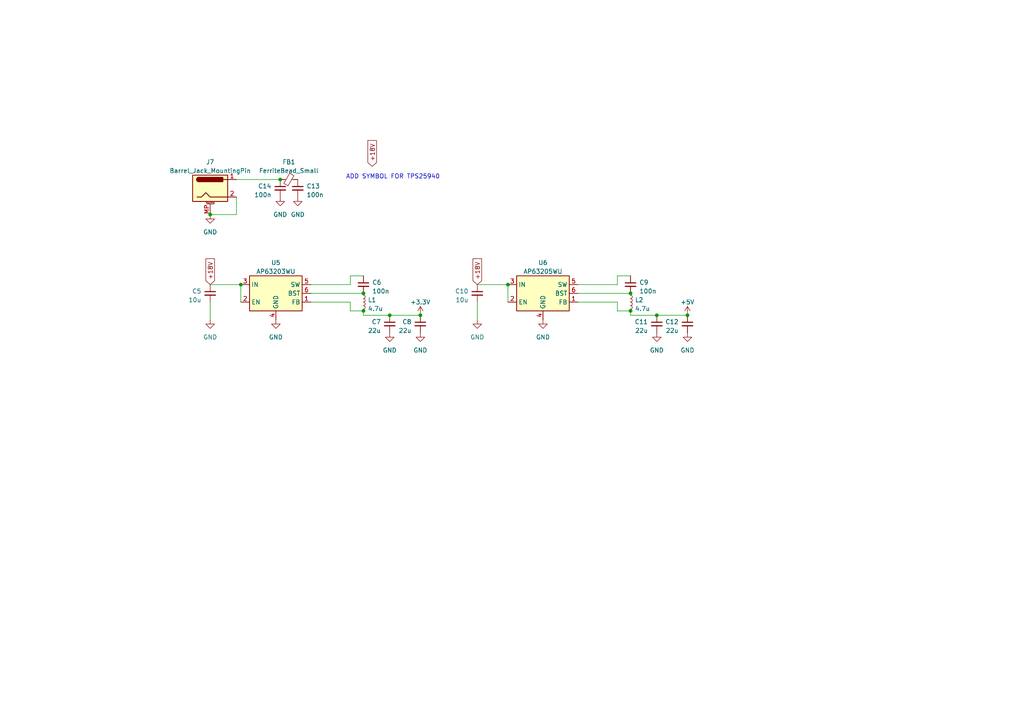
<source format=kicad_sch>
(kicad_sch (version 20230121) (generator eeschema)

  (uuid 792b033a-2ebf-489c-9652-d713c8bdfaf4)

  (paper "A4")

  (lib_symbols
    (symbol "Connector:Barrel_Jack_MountingPin" (pin_names hide) (in_bom yes) (on_board yes)
      (property "Reference" "J" (at 0 5.334 0)
        (effects (font (size 1.27 1.27)))
      )
      (property "Value" "Barrel_Jack_MountingPin" (at 1.27 -6.35 0)
        (effects (font (size 1.27 1.27)) (justify left))
      )
      (property "Footprint" "" (at 1.27 -1.016 0)
        (effects (font (size 1.27 1.27)) hide)
      )
      (property "Datasheet" "~" (at 1.27 -1.016 0)
        (effects (font (size 1.27 1.27)) hide)
      )
      (property "ki_keywords" "DC power barrel jack connector" (at 0 0 0)
        (effects (font (size 1.27 1.27)) hide)
      )
      (property "ki_description" "DC Barrel Jack with a mounting pin" (at 0 0 0)
        (effects (font (size 1.27 1.27)) hide)
      )
      (property "ki_fp_filters" "BarrelJack*" (at 0 0 0)
        (effects (font (size 1.27 1.27)) hide)
      )
      (symbol "Barrel_Jack_MountingPin_0_1"
        (rectangle (start -5.08 3.81) (end 5.08 -3.81)
          (stroke (width 0.254) (type default))
          (fill (type background))
        )
        (arc (start -3.302 3.175) (mid -3.9343 2.54) (end -3.302 1.905)
          (stroke (width 0.254) (type default))
          (fill (type none))
        )
        (arc (start -3.302 3.175) (mid -3.9343 2.54) (end -3.302 1.905)
          (stroke (width 0.254) (type default))
          (fill (type outline))
        )
        (polyline
          (pts
            (xy 5.08 2.54)
            (xy 3.81 2.54)
          )
          (stroke (width 0.254) (type default))
          (fill (type none))
        )
        (polyline
          (pts
            (xy -3.81 -2.54)
            (xy -2.54 -2.54)
            (xy -1.27 -1.27)
            (xy 0 -2.54)
            (xy 2.54 -2.54)
            (xy 5.08 -2.54)
          )
          (stroke (width 0.254) (type default))
          (fill (type none))
        )
        (rectangle (start 3.683 3.175) (end -3.302 1.905)
          (stroke (width 0.254) (type default))
          (fill (type outline))
        )
      )
      (symbol "Barrel_Jack_MountingPin_1_1"
        (polyline
          (pts
            (xy -1.016 -4.572)
            (xy 1.016 -4.572)
          )
          (stroke (width 0.1524) (type default))
          (fill (type none))
        )
        (text "Mounting" (at 0 -4.191 0)
          (effects (font (size 0.381 0.381)))
        )
        (pin passive line (at 7.62 2.54 180) (length 2.54)
          (name "~" (effects (font (size 1.27 1.27))))
          (number "1" (effects (font (size 1.27 1.27))))
        )
        (pin passive line (at 7.62 -2.54 180) (length 2.54)
          (name "~" (effects (font (size 1.27 1.27))))
          (number "2" (effects (font (size 1.27 1.27))))
        )
        (pin passive line (at 0 -7.62 90) (length 3.048)
          (name "MountPin" (effects (font (size 1.27 1.27))))
          (number "MP" (effects (font (size 1.27 1.27))))
        )
      )
    )
    (symbol "Device:C_Small" (pin_numbers hide) (pin_names (offset 0.254) hide) (in_bom yes) (on_board yes)
      (property "Reference" "C" (at 0.254 1.778 0)
        (effects (font (size 1.27 1.27)) (justify left))
      )
      (property "Value" "C_Small" (at 0.254 -2.032 0)
        (effects (font (size 1.27 1.27)) (justify left))
      )
      (property "Footprint" "" (at 0 0 0)
        (effects (font (size 1.27 1.27)) hide)
      )
      (property "Datasheet" "~" (at 0 0 0)
        (effects (font (size 1.27 1.27)) hide)
      )
      (property "ki_keywords" "capacitor cap" (at 0 0 0)
        (effects (font (size 1.27 1.27)) hide)
      )
      (property "ki_description" "Unpolarized capacitor, small symbol" (at 0 0 0)
        (effects (font (size 1.27 1.27)) hide)
      )
      (property "ki_fp_filters" "C_*" (at 0 0 0)
        (effects (font (size 1.27 1.27)) hide)
      )
      (symbol "C_Small_0_1"
        (polyline
          (pts
            (xy -1.524 -0.508)
            (xy 1.524 -0.508)
          )
          (stroke (width 0.3302) (type default))
          (fill (type none))
        )
        (polyline
          (pts
            (xy -1.524 0.508)
            (xy 1.524 0.508)
          )
          (stroke (width 0.3048) (type default))
          (fill (type none))
        )
      )
      (symbol "C_Small_1_1"
        (pin passive line (at 0 2.54 270) (length 2.032)
          (name "~" (effects (font (size 1.27 1.27))))
          (number "1" (effects (font (size 1.27 1.27))))
        )
        (pin passive line (at 0 -2.54 90) (length 2.032)
          (name "~" (effects (font (size 1.27 1.27))))
          (number "2" (effects (font (size 1.27 1.27))))
        )
      )
    )
    (symbol "Device:FerriteBead_Small" (pin_numbers hide) (pin_names (offset 0)) (in_bom yes) (on_board yes)
      (property "Reference" "FB" (at 1.905 1.27 0)
        (effects (font (size 1.27 1.27)) (justify left))
      )
      (property "Value" "FerriteBead_Small" (at 1.905 -1.27 0)
        (effects (font (size 1.27 1.27)) (justify left))
      )
      (property "Footprint" "" (at -1.778 0 90)
        (effects (font (size 1.27 1.27)) hide)
      )
      (property "Datasheet" "~" (at 0 0 0)
        (effects (font (size 1.27 1.27)) hide)
      )
      (property "ki_keywords" "L ferrite bead inductor filter" (at 0 0 0)
        (effects (font (size 1.27 1.27)) hide)
      )
      (property "ki_description" "Ferrite bead, small symbol" (at 0 0 0)
        (effects (font (size 1.27 1.27)) hide)
      )
      (property "ki_fp_filters" "Inductor_* L_* *Ferrite*" (at 0 0 0)
        (effects (font (size 1.27 1.27)) hide)
      )
      (symbol "FerriteBead_Small_0_1"
        (polyline
          (pts
            (xy 0 -1.27)
            (xy 0 -0.7874)
          )
          (stroke (width 0) (type default))
          (fill (type none))
        )
        (polyline
          (pts
            (xy 0 0.889)
            (xy 0 1.2954)
          )
          (stroke (width 0) (type default))
          (fill (type none))
        )
        (polyline
          (pts
            (xy -1.8288 0.2794)
            (xy -1.1176 1.4986)
            (xy 1.8288 -0.2032)
            (xy 1.1176 -1.4224)
            (xy -1.8288 0.2794)
          )
          (stroke (width 0) (type default))
          (fill (type none))
        )
      )
      (symbol "FerriteBead_Small_1_1"
        (pin passive line (at 0 2.54 270) (length 1.27)
          (name "~" (effects (font (size 1.27 1.27))))
          (number "1" (effects (font (size 1.27 1.27))))
        )
        (pin passive line (at 0 -2.54 90) (length 1.27)
          (name "~" (effects (font (size 1.27 1.27))))
          (number "2" (effects (font (size 1.27 1.27))))
        )
      )
    )
    (symbol "Device:L_Small" (pin_numbers hide) (pin_names (offset 0.254) hide) (in_bom yes) (on_board yes)
      (property "Reference" "L" (at 0.762 1.016 0)
        (effects (font (size 1.27 1.27)) (justify left))
      )
      (property "Value" "L_Small" (at 0.762 -1.016 0)
        (effects (font (size 1.27 1.27)) (justify left))
      )
      (property "Footprint" "" (at 0 0 0)
        (effects (font (size 1.27 1.27)) hide)
      )
      (property "Datasheet" "~" (at 0 0 0)
        (effects (font (size 1.27 1.27)) hide)
      )
      (property "ki_keywords" "inductor choke coil reactor magnetic" (at 0 0 0)
        (effects (font (size 1.27 1.27)) hide)
      )
      (property "ki_description" "Inductor, small symbol" (at 0 0 0)
        (effects (font (size 1.27 1.27)) hide)
      )
      (property "ki_fp_filters" "Choke_* *Coil* Inductor_* L_*" (at 0 0 0)
        (effects (font (size 1.27 1.27)) hide)
      )
      (symbol "L_Small_0_1"
        (arc (start 0 -2.032) (mid 0.5058 -1.524) (end 0 -1.016)
          (stroke (width 0) (type default))
          (fill (type none))
        )
        (arc (start 0 -1.016) (mid 0.5058 -0.508) (end 0 0)
          (stroke (width 0) (type default))
          (fill (type none))
        )
        (arc (start 0 0) (mid 0.5058 0.508) (end 0 1.016)
          (stroke (width 0) (type default))
          (fill (type none))
        )
        (arc (start 0 1.016) (mid 0.5058 1.524) (end 0 2.032)
          (stroke (width 0) (type default))
          (fill (type none))
        )
      )
      (symbol "L_Small_1_1"
        (pin passive line (at 0 2.54 270) (length 0.508)
          (name "~" (effects (font (size 1.27 1.27))))
          (number "1" (effects (font (size 1.27 1.27))))
        )
        (pin passive line (at 0 -2.54 90) (length 0.508)
          (name "~" (effects (font (size 1.27 1.27))))
          (number "2" (effects (font (size 1.27 1.27))))
        )
      )
    )
    (symbol "Regulator_Switching:AP63203WU" (in_bom yes) (on_board yes)
      (property "Reference" "U" (at -7.62 6.35 0)
        (effects (font (size 1.27 1.27)))
      )
      (property "Value" "AP63203WU" (at 2.54 6.35 0)
        (effects (font (size 1.27 1.27)))
      )
      (property "Footprint" "Package_TO_SOT_SMD:TSOT-23-6" (at 0 -22.86 0)
        (effects (font (size 1.27 1.27)) hide)
      )
      (property "Datasheet" "https://www.diodes.com/assets/Datasheets/AP63200-AP63201-AP63203-AP63205.pdf" (at 0 0 0)
        (effects (font (size 1.27 1.27)) hide)
      )
      (property "ki_keywords" "2A Buck DC/DC" (at 0 0 0)
        (effects (font (size 1.27 1.27)) hide)
      )
      (property "ki_description" "2A, 1.1MHz Buck DC/DC Converter, fixed 3.3V output voltage, TSOT-23-6" (at 0 0 0)
        (effects (font (size 1.27 1.27)) hide)
      )
      (property "ki_fp_filters" "TSOT?23*" (at 0 0 0)
        (effects (font (size 1.27 1.27)) hide)
      )
      (symbol "AP63203WU_0_1"
        (rectangle (start -7.62 5.08) (end 7.62 -5.08)
          (stroke (width 0.254) (type default))
          (fill (type background))
        )
      )
      (symbol "AP63203WU_1_1"
        (pin input line (at 10.16 -2.54 180) (length 2.54)
          (name "FB" (effects (font (size 1.27 1.27))))
          (number "1" (effects (font (size 1.27 1.27))))
        )
        (pin input line (at -10.16 -2.54 0) (length 2.54)
          (name "EN" (effects (font (size 1.27 1.27))))
          (number "2" (effects (font (size 1.27 1.27))))
        )
        (pin power_in line (at -10.16 2.54 0) (length 2.54)
          (name "IN" (effects (font (size 1.27 1.27))))
          (number "3" (effects (font (size 1.27 1.27))))
        )
        (pin power_in line (at 0 -7.62 90) (length 2.54)
          (name "GND" (effects (font (size 1.27 1.27))))
          (number "4" (effects (font (size 1.27 1.27))))
        )
        (pin output line (at 10.16 2.54 180) (length 2.54)
          (name "SW" (effects (font (size 1.27 1.27))))
          (number "5" (effects (font (size 1.27 1.27))))
        )
        (pin passive line (at 10.16 0 180) (length 2.54)
          (name "BST" (effects (font (size 1.27 1.27))))
          (number "6" (effects (font (size 1.27 1.27))))
        )
      )
    )
    (symbol "Regulator_Switching:AP63205WU" (in_bom yes) (on_board yes)
      (property "Reference" "U" (at -7.62 6.35 0)
        (effects (font (size 1.27 1.27)))
      )
      (property "Value" "AP63205WU" (at 2.54 6.35 0)
        (effects (font (size 1.27 1.27)))
      )
      (property "Footprint" "Package_TO_SOT_SMD:TSOT-23-6" (at 0 -22.86 0)
        (effects (font (size 1.27 1.27)) hide)
      )
      (property "Datasheet" "https://www.diodes.com/assets/Datasheets/AP63200-AP63201-AP63203-AP63205.pdf" (at 0 0 0)
        (effects (font (size 1.27 1.27)) hide)
      )
      (property "ki_keywords" "2A Buck DC/DC" (at 0 0 0)
        (effects (font (size 1.27 1.27)) hide)
      )
      (property "ki_description" "2A, 1.1MHz Buck DC/DC Converter, fixed 5.0V output voltage, TSOT-23-6" (at 0 0 0)
        (effects (font (size 1.27 1.27)) hide)
      )
      (property "ki_fp_filters" "TSOT?23*" (at 0 0 0)
        (effects (font (size 1.27 1.27)) hide)
      )
      (symbol "AP63205WU_0_1"
        (rectangle (start -7.62 5.08) (end 7.62 -5.08)
          (stroke (width 0.254) (type default))
          (fill (type background))
        )
      )
      (symbol "AP63205WU_1_1"
        (pin input line (at 10.16 -2.54 180) (length 2.54)
          (name "FB" (effects (font (size 1.27 1.27))))
          (number "1" (effects (font (size 1.27 1.27))))
        )
        (pin input line (at -10.16 -2.54 0) (length 2.54)
          (name "EN" (effects (font (size 1.27 1.27))))
          (number "2" (effects (font (size 1.27 1.27))))
        )
        (pin power_in line (at -10.16 2.54 0) (length 2.54)
          (name "IN" (effects (font (size 1.27 1.27))))
          (number "3" (effects (font (size 1.27 1.27))))
        )
        (pin power_in line (at 0 -7.62 90) (length 2.54)
          (name "GND" (effects (font (size 1.27 1.27))))
          (number "4" (effects (font (size 1.27 1.27))))
        )
        (pin output line (at 10.16 2.54 180) (length 2.54)
          (name "SW" (effects (font (size 1.27 1.27))))
          (number "5" (effects (font (size 1.27 1.27))))
        )
        (pin passive line (at 10.16 0 180) (length 2.54)
          (name "BST" (effects (font (size 1.27 1.27))))
          (number "6" (effects (font (size 1.27 1.27))))
        )
      )
    )
    (symbol "power:+3.3V" (power) (pin_names (offset 0)) (in_bom yes) (on_board yes)
      (property "Reference" "#PWR" (at 0 -3.81 0)
        (effects (font (size 1.27 1.27)) hide)
      )
      (property "Value" "+3.3V" (at 0 3.556 0)
        (effects (font (size 1.27 1.27)))
      )
      (property "Footprint" "" (at 0 0 0)
        (effects (font (size 1.27 1.27)) hide)
      )
      (property "Datasheet" "" (at 0 0 0)
        (effects (font (size 1.27 1.27)) hide)
      )
      (property "ki_keywords" "global power" (at 0 0 0)
        (effects (font (size 1.27 1.27)) hide)
      )
      (property "ki_description" "Power symbol creates a global label with name \"+3.3V\"" (at 0 0 0)
        (effects (font (size 1.27 1.27)) hide)
      )
      (symbol "+3.3V_0_1"
        (polyline
          (pts
            (xy -0.762 1.27)
            (xy 0 2.54)
          )
          (stroke (width 0) (type default))
          (fill (type none))
        )
        (polyline
          (pts
            (xy 0 0)
            (xy 0 2.54)
          )
          (stroke (width 0) (type default))
          (fill (type none))
        )
        (polyline
          (pts
            (xy 0 2.54)
            (xy 0.762 1.27)
          )
          (stroke (width 0) (type default))
          (fill (type none))
        )
      )
      (symbol "+3.3V_1_1"
        (pin power_in line (at 0 0 90) (length 0) hide
          (name "+3.3V" (effects (font (size 1.27 1.27))))
          (number "1" (effects (font (size 1.27 1.27))))
        )
      )
    )
    (symbol "power:+5V" (power) (pin_names (offset 0)) (in_bom yes) (on_board yes)
      (property "Reference" "#PWR" (at 0 -3.81 0)
        (effects (font (size 1.27 1.27)) hide)
      )
      (property "Value" "+5V" (at 0 3.556 0)
        (effects (font (size 1.27 1.27)))
      )
      (property "Footprint" "" (at 0 0 0)
        (effects (font (size 1.27 1.27)) hide)
      )
      (property "Datasheet" "" (at 0 0 0)
        (effects (font (size 1.27 1.27)) hide)
      )
      (property "ki_keywords" "global power" (at 0 0 0)
        (effects (font (size 1.27 1.27)) hide)
      )
      (property "ki_description" "Power symbol creates a global label with name \"+5V\"" (at 0 0 0)
        (effects (font (size 1.27 1.27)) hide)
      )
      (symbol "+5V_0_1"
        (polyline
          (pts
            (xy -0.762 1.27)
            (xy 0 2.54)
          )
          (stroke (width 0) (type default))
          (fill (type none))
        )
        (polyline
          (pts
            (xy 0 0)
            (xy 0 2.54)
          )
          (stroke (width 0) (type default))
          (fill (type none))
        )
        (polyline
          (pts
            (xy 0 2.54)
            (xy 0.762 1.27)
          )
          (stroke (width 0) (type default))
          (fill (type none))
        )
      )
      (symbol "+5V_1_1"
        (pin power_in line (at 0 0 90) (length 0) hide
          (name "+5V" (effects (font (size 1.27 1.27))))
          (number "1" (effects (font (size 1.27 1.27))))
        )
      )
    )
    (symbol "power:GND" (power) (pin_names (offset 0)) (in_bom yes) (on_board yes)
      (property "Reference" "#PWR" (at 0 -6.35 0)
        (effects (font (size 1.27 1.27)) hide)
      )
      (property "Value" "GND" (at 0 -3.81 0)
        (effects (font (size 1.27 1.27)))
      )
      (property "Footprint" "" (at 0 0 0)
        (effects (font (size 1.27 1.27)) hide)
      )
      (property "Datasheet" "" (at 0 0 0)
        (effects (font (size 1.27 1.27)) hide)
      )
      (property "ki_keywords" "global power" (at 0 0 0)
        (effects (font (size 1.27 1.27)) hide)
      )
      (property "ki_description" "Power symbol creates a global label with name \"GND\" , ground" (at 0 0 0)
        (effects (font (size 1.27 1.27)) hide)
      )
      (symbol "GND_0_1"
        (polyline
          (pts
            (xy 0 0)
            (xy 0 -1.27)
            (xy 1.27 -1.27)
            (xy 0 -2.54)
            (xy -1.27 -1.27)
            (xy 0 -1.27)
          )
          (stroke (width 0) (type default))
          (fill (type none))
        )
      )
      (symbol "GND_1_1"
        (pin power_in line (at 0 0 270) (length 0) hide
          (name "GND" (effects (font (size 1.27 1.27))))
          (number "1" (effects (font (size 1.27 1.27))))
        )
      )
    )
  )

  (junction (at 147.32 82.55) (diameter 0) (color 0 0 0 0)
    (uuid 00875286-7351-49a1-9e18-7575c96f8c97)
  )
  (junction (at 182.88 90.17) (diameter 0) (color 0 0 0 0)
    (uuid 16f49e45-8018-4f28-8512-ff8d7261200a)
  )
  (junction (at 60.96 62.23) (diameter 0) (color 0 0 0 0)
    (uuid 25ee4965-35fe-4374-8b83-0d697921125d)
  )
  (junction (at 113.03 91.44) (diameter 0) (color 0 0 0 0)
    (uuid 45231520-77df-43d1-898f-a2ffa2ab05f4)
  )
  (junction (at 182.88 85.09) (diameter 0) (color 0 0 0 0)
    (uuid 4882ce77-7e76-4092-90e2-577f59750773)
  )
  (junction (at 121.92 91.44) (diameter 0) (color 0 0 0 0)
    (uuid 5ac082a4-0cb0-4906-8534-d5feb24eecb8)
  )
  (junction (at 190.5 91.44) (diameter 0) (color 0 0 0 0)
    (uuid 678eb7ea-e2c4-4545-b341-e9ddf89bf8c9)
  )
  (junction (at 199.39 91.44) (diameter 0) (color 0 0 0 0)
    (uuid 68ac16f5-07c6-46d5-94b8-a6f301eedd27)
  )
  (junction (at 105.41 85.09) (diameter 0) (color 0 0 0 0)
    (uuid 9d28d769-1447-44ce-873c-05c4f77ee675)
  )
  (junction (at 69.85 82.55) (diameter 0) (color 0 0 0 0)
    (uuid 9fd15c65-32c8-4dc1-b51f-70ec0ae9974f)
  )
  (junction (at 81.28 52.07) (diameter 0) (color 0 0 0 0)
    (uuid b8d26676-5488-4af2-9ee9-5500d72ec0dd)
  )
  (junction (at 105.41 90.17) (diameter 0) (color 0 0 0 0)
    (uuid fdbab4af-353c-46d3-b6d6-666229589bfe)
  )

  (wire (pts (xy 182.88 90.17) (xy 182.88 91.44))
    (stroke (width 0) (type default))
    (uuid 03ace3ad-5211-4c9b-90a9-f18326ce8ca2)
  )
  (wire (pts (xy 101.6 80.01) (xy 101.6 82.55))
    (stroke (width 0) (type default))
    (uuid 104905a1-c2d5-4642-9e5e-9dd58b5287cb)
  )
  (wire (pts (xy 60.96 62.23) (xy 68.58 62.23))
    (stroke (width 0) (type default))
    (uuid 28f2ca3b-b55a-48eb-a341-7d12dd3c2962)
  )
  (wire (pts (xy 101.6 90.17) (xy 101.6 87.63))
    (stroke (width 0) (type default))
    (uuid 2985e355-7a6d-4c6a-90f3-00e9292107d4)
  )
  (wire (pts (xy 179.07 87.63) (xy 167.64 87.63))
    (stroke (width 0) (type default))
    (uuid 3310bf1b-1f65-468e-b9ee-4f0f350a15f3)
  )
  (wire (pts (xy 190.5 91.44) (xy 199.39 91.44))
    (stroke (width 0) (type default))
    (uuid 443cefd6-fd54-46b2-9ce8-ee33552cffbb)
  )
  (wire (pts (xy 167.64 85.09) (xy 182.88 85.09))
    (stroke (width 0) (type default))
    (uuid 44438b54-29e9-465a-b70e-ecae1ed3418b)
  )
  (wire (pts (xy 105.41 90.17) (xy 105.41 91.44))
    (stroke (width 0) (type default))
    (uuid 4d047e6d-b8bc-41f6-9105-8c36ffc9488c)
  )
  (wire (pts (xy 179.07 90.17) (xy 182.88 90.17))
    (stroke (width 0) (type default))
    (uuid 4e0274f9-9381-42d4-9ab9-25004e33082e)
  )
  (wire (pts (xy 101.6 87.63) (xy 90.17 87.63))
    (stroke (width 0) (type default))
    (uuid 53105d6e-e589-4af6-9dcf-b8f0948a0a2a)
  )
  (wire (pts (xy 179.07 90.17) (xy 179.07 87.63))
    (stroke (width 0) (type default))
    (uuid 533e8c08-74a7-4681-9331-78c1443659fd)
  )
  (wire (pts (xy 60.96 82.55) (xy 69.85 82.55))
    (stroke (width 0) (type default))
    (uuid 55fe711b-868c-48a7-8c15-83f97e6e1579)
  )
  (wire (pts (xy 179.07 82.55) (xy 167.64 82.55))
    (stroke (width 0) (type default))
    (uuid 617957bd-17c5-4bab-8750-b695f27aab44)
  )
  (wire (pts (xy 182.88 91.44) (xy 190.5 91.44))
    (stroke (width 0) (type default))
    (uuid 6257d5e1-077b-4235-88ef-2a8b3a5324d6)
  )
  (wire (pts (xy 60.96 92.71) (xy 60.96 87.63))
    (stroke (width 0) (type default))
    (uuid 631ad125-fe3c-4f54-b61e-33c29faa3fb4)
  )
  (wire (pts (xy 147.32 82.55) (xy 147.32 87.63))
    (stroke (width 0) (type default))
    (uuid 6f009c67-82ec-4aa8-88c3-07be0fcd19eb)
  )
  (wire (pts (xy 68.58 62.23) (xy 68.58 57.15))
    (stroke (width 0) (type default))
    (uuid 73ad9e77-8ad4-481c-9248-a32cdaade0ce)
  )
  (wire (pts (xy 101.6 80.01) (xy 105.41 80.01))
    (stroke (width 0) (type default))
    (uuid 745942fb-3158-48d2-b1bf-a1db36f7d943)
  )
  (wire (pts (xy 179.07 80.01) (xy 179.07 82.55))
    (stroke (width 0) (type default))
    (uuid 77618fa5-75c6-4119-a0dc-cb0c4d828b64)
  )
  (wire (pts (xy 101.6 90.17) (xy 105.41 90.17))
    (stroke (width 0) (type default))
    (uuid 7d804f57-8508-466c-af22-ba762df3e6ee)
  )
  (wire (pts (xy 90.17 85.09) (xy 105.41 85.09))
    (stroke (width 0) (type default))
    (uuid 8f86dd1b-8b83-4356-b8c1-e3213bb0fb0f)
  )
  (wire (pts (xy 105.41 91.44) (xy 113.03 91.44))
    (stroke (width 0) (type default))
    (uuid 93047e59-872d-48ee-aa00-1f953fc9b0ab)
  )
  (wire (pts (xy 138.43 92.71) (xy 138.43 87.63))
    (stroke (width 0) (type default))
    (uuid 942b71da-5915-48eb-9ea1-4c8946fc66ca)
  )
  (wire (pts (xy 179.07 80.01) (xy 182.88 80.01))
    (stroke (width 0) (type default))
    (uuid 9e565c71-9555-40a8-abaa-fd8960c4a617)
  )
  (wire (pts (xy 68.58 52.07) (xy 81.28 52.07))
    (stroke (width 0) (type default))
    (uuid aa3b5171-fa5e-4241-a0f9-8ce58c999398)
  )
  (wire (pts (xy 69.85 82.55) (xy 69.85 87.63))
    (stroke (width 0) (type default))
    (uuid aec94b82-462a-4e64-aa13-3ff8ee034c2b)
  )
  (wire (pts (xy 138.43 82.55) (xy 147.32 82.55))
    (stroke (width 0) (type default))
    (uuid b9392a3f-7441-46a8-983c-8d5597aa7b00)
  )
  (wire (pts (xy 101.6 82.55) (xy 90.17 82.55))
    (stroke (width 0) (type default))
    (uuid df7dd90f-c5d4-4970-9783-c50035baf985)
  )
  (wire (pts (xy 113.03 91.44) (xy 121.92 91.44))
    (stroke (width 0) (type default))
    (uuid ee5de7f5-8ad5-4163-988b-917a5efd2a1d)
  )

  (text "ADD SYMBOL FOR TPS25940" (at 100.33 52.07 0)
    (effects (font (size 1.27 1.27)) (justify left bottom))
    (uuid 381a9675-c641-4e60-9dd4-1e371e2d0440)
  )

  (global_label "+18V" (shape input) (at 138.43 82.55 90) (fields_autoplaced)
    (effects (font (size 1.27 1.27)) (justify left))
    (uuid 31ca43e3-82f3-4228-b2c5-af320c8e501d)
    (property "Intersheetrefs" "${INTERSHEET_REFS}" (at 138.43 74.5642 90)
      (effects (font (size 1.27 1.27)) (justify left) hide)
    )
  )
  (global_label "+18V" (shape input) (at 60.96 82.55 90) (fields_autoplaced)
    (effects (font (size 1.27 1.27)) (justify left))
    (uuid 5ae5a302-6d2c-44a7-8a81-6ce6ef267e81)
    (property "Intersheetrefs" "${INTERSHEET_REFS}" (at 60.96 74.5642 90)
      (effects (font (size 1.27 1.27)) (justify left) hide)
    )
  )
  (global_label "+18V" (shape input) (at 107.95 48.26 90) (fields_autoplaced)
    (effects (font (size 1.27 1.27)) (justify left))
    (uuid bdba7e49-f526-4ca3-ab84-9147dc31fa70)
    (property "Intersheetrefs" "${INTERSHEET_REFS}" (at 107.95 40.2742 90)
      (effects (font (size 1.27 1.27)) (justify left) hide)
    )
  )

  (symbol (lib_id "Device:C_Small") (at 199.39 93.98 0) (unit 1)
    (in_bom yes) (on_board yes) (dnp no)
    (uuid 1850d037-3672-41af-b70f-a77d92658ab1)
    (property "Reference" "C12" (at 196.85 93.3513 0)
      (effects (font (size 1.27 1.27)) (justify right))
    )
    (property "Value" "22u" (at 196.85 95.8913 0)
      (effects (font (size 1.27 1.27)) (justify right))
    )
    (property "Footprint" "" (at 199.39 93.98 0)
      (effects (font (size 1.27 1.27)) hide)
    )
    (property "Datasheet" "~" (at 199.39 93.98 0)
      (effects (font (size 1.27 1.27)) hide)
    )
    (pin "1" (uuid 2da2a0bf-fde7-4cd8-8950-918c96b8a525))
    (pin "2" (uuid d842c5a1-da5d-43f0-83e9-634b5111bafc))
    (instances
      (project "LocustV0.1"
        (path "/cf97ee2f-94c3-4687-a5ea-772ffbcf72d3/cb4d672f-85c6-4219-850d-78b1438ca6c2"
          (reference "C12") (unit 1)
        )
      )
    )
  )

  (symbol (lib_id "power:GND") (at 80.01 92.71 0) (unit 1)
    (in_bom yes) (on_board yes) (dnp no) (fields_autoplaced)
    (uuid 2471c962-6eb1-4dd4-aabd-9f1a54decec9)
    (property "Reference" "#PWR04" (at 80.01 99.06 0)
      (effects (font (size 1.27 1.27)) hide)
    )
    (property "Value" "GND" (at 80.01 97.79 0)
      (effects (font (size 1.27 1.27)))
    )
    (property "Footprint" "" (at 80.01 92.71 0)
      (effects (font (size 1.27 1.27)) hide)
    )
    (property "Datasheet" "" (at 80.01 92.71 0)
      (effects (font (size 1.27 1.27)) hide)
    )
    (pin "1" (uuid 63ed05b3-0f6c-45f6-9459-4d92bb3dd17c))
    (instances
      (project "LocustV0.1"
        (path "/cf97ee2f-94c3-4687-a5ea-772ffbcf72d3"
          (reference "#PWR04") (unit 1)
        )
        (path "/cf97ee2f-94c3-4687-a5ea-772ffbcf72d3/cb4d672f-85c6-4219-850d-78b1438ca6c2"
          (reference "#PWR029") (unit 1)
        )
        (path "/cf97ee2f-94c3-4687-a5ea-772ffbcf72d3/dbecc8a3-5577-45b3-be38-82d55c334f13"
          (reference "#PWR029") (unit 1)
        )
      )
    )
  )

  (symbol (lib_id "power:GND") (at 81.28 57.15 0) (unit 1)
    (in_bom yes) (on_board yes) (dnp no) (fields_autoplaced)
    (uuid 266723c6-d59b-450c-b48f-ec553588c2ef)
    (property "Reference" "#PWR04" (at 81.28 63.5 0)
      (effects (font (size 1.27 1.27)) hide)
    )
    (property "Value" "GND" (at 81.28 62.23 0)
      (effects (font (size 1.27 1.27)))
    )
    (property "Footprint" "" (at 81.28 57.15 0)
      (effects (font (size 1.27 1.27)) hide)
    )
    (property "Datasheet" "" (at 81.28 57.15 0)
      (effects (font (size 1.27 1.27)) hide)
    )
    (pin "1" (uuid bdc1d377-27b6-4321-987e-071b850d5eba))
    (instances
      (project "LocustV0.1"
        (path "/cf97ee2f-94c3-4687-a5ea-772ffbcf72d3"
          (reference "#PWR04") (unit 1)
        )
        (path "/cf97ee2f-94c3-4687-a5ea-772ffbcf72d3/cb4d672f-85c6-4219-850d-78b1438ca6c2"
          (reference "#PWR039") (unit 1)
        )
        (path "/cf97ee2f-94c3-4687-a5ea-772ffbcf72d3/dbecc8a3-5577-45b3-be38-82d55c334f13"
          (reference "#PWR029") (unit 1)
        )
      )
    )
  )

  (symbol (lib_id "power:GND") (at 190.5 96.52 0) (unit 1)
    (in_bom yes) (on_board yes) (dnp no) (fields_autoplaced)
    (uuid 34032856-4109-49ef-8ace-305bfb5f51a1)
    (property "Reference" "#PWR04" (at 190.5 102.87 0)
      (effects (font (size 1.27 1.27)) hide)
    )
    (property "Value" "GND" (at 190.5 101.6 0)
      (effects (font (size 1.27 1.27)))
    )
    (property "Footprint" "" (at 190.5 96.52 0)
      (effects (font (size 1.27 1.27)) hide)
    )
    (property "Datasheet" "" (at 190.5 96.52 0)
      (effects (font (size 1.27 1.27)) hide)
    )
    (pin "1" (uuid 5547ed42-0948-4e67-92ad-4c39c4539d6f))
    (instances
      (project "LocustV0.1"
        (path "/cf97ee2f-94c3-4687-a5ea-772ffbcf72d3"
          (reference "#PWR04") (unit 1)
        )
        (path "/cf97ee2f-94c3-4687-a5ea-772ffbcf72d3/cb4d672f-85c6-4219-850d-78b1438ca6c2"
          (reference "#PWR037") (unit 1)
        )
        (path "/cf97ee2f-94c3-4687-a5ea-772ffbcf72d3/dbecc8a3-5577-45b3-be38-82d55c334f13"
          (reference "#PWR029") (unit 1)
        )
      )
    )
  )

  (symbol (lib_id "power:GND") (at 138.43 92.71 0) (unit 1)
    (in_bom yes) (on_board yes) (dnp no) (fields_autoplaced)
    (uuid 3570d160-7896-4164-9ecc-09b47d102fb9)
    (property "Reference" "#PWR04" (at 138.43 99.06 0)
      (effects (font (size 1.27 1.27)) hide)
    )
    (property "Value" "GND" (at 138.43 97.79 0)
      (effects (font (size 1.27 1.27)))
    )
    (property "Footprint" "" (at 138.43 92.71 0)
      (effects (font (size 1.27 1.27)) hide)
    )
    (property "Datasheet" "" (at 138.43 92.71 0)
      (effects (font (size 1.27 1.27)) hide)
    )
    (pin "1" (uuid 19b0dc1b-222e-49b2-801f-9eeabaf4f888))
    (instances
      (project "LocustV0.1"
        (path "/cf97ee2f-94c3-4687-a5ea-772ffbcf72d3"
          (reference "#PWR04") (unit 1)
        )
        (path "/cf97ee2f-94c3-4687-a5ea-772ffbcf72d3/cb4d672f-85c6-4219-850d-78b1438ca6c2"
          (reference "#PWR035") (unit 1)
        )
        (path "/cf97ee2f-94c3-4687-a5ea-772ffbcf72d3/dbecc8a3-5577-45b3-be38-82d55c334f13"
          (reference "#PWR029") (unit 1)
        )
      )
    )
  )

  (symbol (lib_id "Connector:Barrel_Jack_MountingPin") (at 60.96 54.61 0) (unit 1)
    (in_bom yes) (on_board yes) (dnp no) (fields_autoplaced)
    (uuid 47c00c7c-96a9-48d8-95cb-c3792e2e33dd)
    (property "Reference" "J7" (at 60.96 46.99 0)
      (effects (font (size 1.27 1.27)))
    )
    (property "Value" "Barrel_Jack_MountingPin" (at 60.96 49.53 0)
      (effects (font (size 1.27 1.27)))
    )
    (property "Footprint" "" (at 62.23 55.626 0)
      (effects (font (size 1.27 1.27)) hide)
    )
    (property "Datasheet" "~" (at 62.23 55.626 0)
      (effects (font (size 1.27 1.27)) hide)
    )
    (pin "1" (uuid 0b7af2c4-8e7d-4e94-9fa5-e97665261ebf))
    (pin "2" (uuid 17a92024-cc1f-43b2-aec2-7f3dfb0c6547))
    (pin "MP" (uuid 121b6098-49b4-4f04-b154-25cbdad1ee24))
    (instances
      (project "LocustV0.1"
        (path "/cf97ee2f-94c3-4687-a5ea-772ffbcf72d3"
          (reference "J7") (unit 1)
        )
        (path "/cf97ee2f-94c3-4687-a5ea-772ffbcf72d3/cb4d672f-85c6-4219-850d-78b1438ca6c2"
          (reference "J7") (unit 1)
        )
        (path "/cf97ee2f-94c3-4687-a5ea-772ffbcf72d3/dbecc8a3-5577-45b3-be38-82d55c334f13"
          (reference "J8") (unit 1)
        )
      )
    )
  )

  (symbol (lib_id "power:GND") (at 113.03 96.52 0) (unit 1)
    (in_bom yes) (on_board yes) (dnp no) (fields_autoplaced)
    (uuid 4993d4f9-d6c8-4718-b577-a52a20b18811)
    (property "Reference" "#PWR04" (at 113.03 102.87 0)
      (effects (font (size 1.27 1.27)) hide)
    )
    (property "Value" "GND" (at 113.03 101.6 0)
      (effects (font (size 1.27 1.27)))
    )
    (property "Footprint" "" (at 113.03 96.52 0)
      (effects (font (size 1.27 1.27)) hide)
    )
    (property "Datasheet" "" (at 113.03 96.52 0)
      (effects (font (size 1.27 1.27)) hide)
    )
    (pin "1" (uuid 78e78d30-db63-4afd-bffe-a7b2729a0160))
    (instances
      (project "LocustV0.1"
        (path "/cf97ee2f-94c3-4687-a5ea-772ffbcf72d3"
          (reference "#PWR04") (unit 1)
        )
        (path "/cf97ee2f-94c3-4687-a5ea-772ffbcf72d3/cb4d672f-85c6-4219-850d-78b1438ca6c2"
          (reference "#PWR030") (unit 1)
        )
        (path "/cf97ee2f-94c3-4687-a5ea-772ffbcf72d3/dbecc8a3-5577-45b3-be38-82d55c334f13"
          (reference "#PWR029") (unit 1)
        )
      )
    )
  )

  (symbol (lib_id "Device:FerriteBead_Small") (at 83.82 52.07 90) (unit 1)
    (in_bom yes) (on_board yes) (dnp no) (fields_autoplaced)
    (uuid 4b4ffd07-e6f8-4829-8f8b-7133a2a04a0b)
    (property "Reference" "FB1" (at 83.7819 46.99 90)
      (effects (font (size 1.27 1.27)))
    )
    (property "Value" "FerriteBead_Small" (at 83.7819 49.53 90)
      (effects (font (size 1.27 1.27)))
    )
    (property "Footprint" "" (at 83.82 53.848 90)
      (effects (font (size 1.27 1.27)) hide)
    )
    (property "Datasheet" "~" (at 83.82 52.07 0)
      (effects (font (size 1.27 1.27)) hide)
    )
    (pin "1" (uuid a854ec98-cd8f-4340-87eb-bb6b1db119fa))
    (pin "2" (uuid bc8f1d99-0640-49a1-a34e-ae6e9187c8aa))
    (instances
      (project "LocustV0.1"
        (path "/cf97ee2f-94c3-4687-a5ea-772ffbcf72d3/cb4d672f-85c6-4219-850d-78b1438ca6c2"
          (reference "FB1") (unit 1)
        )
      )
    )
  )

  (symbol (lib_id "Device:C_Small") (at 105.41 82.55 0) (mirror y) (unit 1)
    (in_bom yes) (on_board yes) (dnp no)
    (uuid 5212121d-7673-40a0-afb1-93b9dd244e38)
    (property "Reference" "C6" (at 107.95 81.9213 0)
      (effects (font (size 1.27 1.27)) (justify right))
    )
    (property "Value" "100n" (at 107.95 84.4613 0)
      (effects (font (size 1.27 1.27)) (justify right))
    )
    (property "Footprint" "" (at 105.41 82.55 0)
      (effects (font (size 1.27 1.27)) hide)
    )
    (property "Datasheet" "~" (at 105.41 82.55 0)
      (effects (font (size 1.27 1.27)) hide)
    )
    (pin "1" (uuid 11aea7ad-c9de-40e8-b598-de84a4a4a75d))
    (pin "2" (uuid ab74c0a8-614d-49d7-88bd-72d81ae7f270))
    (instances
      (project "LocustV0.1"
        (path "/cf97ee2f-94c3-4687-a5ea-772ffbcf72d3/cb4d672f-85c6-4219-850d-78b1438ca6c2"
          (reference "C6") (unit 1)
        )
      )
    )
  )

  (symbol (lib_id "power:GND") (at 60.96 92.71 0) (unit 1)
    (in_bom yes) (on_board yes) (dnp no) (fields_autoplaced)
    (uuid 584dab00-7bec-45fb-a06a-7246959194a8)
    (property "Reference" "#PWR04" (at 60.96 99.06 0)
      (effects (font (size 1.27 1.27)) hide)
    )
    (property "Value" "GND" (at 60.96 97.79 0)
      (effects (font (size 1.27 1.27)))
    )
    (property "Footprint" "" (at 60.96 92.71 0)
      (effects (font (size 1.27 1.27)) hide)
    )
    (property "Datasheet" "" (at 60.96 92.71 0)
      (effects (font (size 1.27 1.27)) hide)
    )
    (pin "1" (uuid d3bd34b0-46bd-4f96-884c-cc8a591dbbdc))
    (instances
      (project "LocustV0.1"
        (path "/cf97ee2f-94c3-4687-a5ea-772ffbcf72d3"
          (reference "#PWR04") (unit 1)
        )
        (path "/cf97ee2f-94c3-4687-a5ea-772ffbcf72d3/cb4d672f-85c6-4219-850d-78b1438ca6c2"
          (reference "#PWR031") (unit 1)
        )
        (path "/cf97ee2f-94c3-4687-a5ea-772ffbcf72d3/dbecc8a3-5577-45b3-be38-82d55c334f13"
          (reference "#PWR029") (unit 1)
        )
      )
    )
  )

  (symbol (lib_id "Device:C_Small") (at 138.43 85.09 0) (unit 1)
    (in_bom yes) (on_board yes) (dnp no)
    (uuid 67cf502c-ae9e-4bce-a546-59d273a9a989)
    (property "Reference" "C10" (at 135.89 84.4613 0)
      (effects (font (size 1.27 1.27)) (justify right))
    )
    (property "Value" "10u" (at 135.89 87.0013 0)
      (effects (font (size 1.27 1.27)) (justify right))
    )
    (property "Footprint" "" (at 138.43 85.09 0)
      (effects (font (size 1.27 1.27)) hide)
    )
    (property "Datasheet" "~" (at 138.43 85.09 0)
      (effects (font (size 1.27 1.27)) hide)
    )
    (pin "1" (uuid 1f658c2e-c23c-4b5a-9836-2d4d7a6f0ac2))
    (pin "2" (uuid 3d57adab-c025-4c43-af80-1f242d114fa7))
    (instances
      (project "LocustV0.1"
        (path "/cf97ee2f-94c3-4687-a5ea-772ffbcf72d3/cb4d672f-85c6-4219-850d-78b1438ca6c2"
          (reference "C10") (unit 1)
        )
      )
    )
  )

  (symbol (lib_id "Device:C_Small") (at 182.88 82.55 0) (mirror y) (unit 1)
    (in_bom yes) (on_board yes) (dnp no)
    (uuid 680603d3-b467-46ff-91fe-459117bbc2c2)
    (property "Reference" "C9" (at 185.42 81.9213 0)
      (effects (font (size 1.27 1.27)) (justify right))
    )
    (property "Value" "100n" (at 185.42 84.4613 0)
      (effects (font (size 1.27 1.27)) (justify right))
    )
    (property "Footprint" "" (at 182.88 82.55 0)
      (effects (font (size 1.27 1.27)) hide)
    )
    (property "Datasheet" "~" (at 182.88 82.55 0)
      (effects (font (size 1.27 1.27)) hide)
    )
    (pin "1" (uuid d3416c2d-b8be-41ef-ad62-e35798d5178a))
    (pin "2" (uuid 4417be95-8d57-475d-99ec-89163c9b32b0))
    (instances
      (project "LocustV0.1"
        (path "/cf97ee2f-94c3-4687-a5ea-772ffbcf72d3/cb4d672f-85c6-4219-850d-78b1438ca6c2"
          (reference "C9") (unit 1)
        )
      )
    )
  )

  (symbol (lib_id "Device:C_Small") (at 86.36 54.61 0) (mirror y) (unit 1)
    (in_bom yes) (on_board yes) (dnp no)
    (uuid 695ed9a9-6ff6-4919-a548-27343c194076)
    (property "Reference" "C13" (at 88.9 53.9813 0)
      (effects (font (size 1.27 1.27)) (justify right))
    )
    (property "Value" "100n" (at 88.9 56.5213 0)
      (effects (font (size 1.27 1.27)) (justify right))
    )
    (property "Footprint" "" (at 86.36 54.61 0)
      (effects (font (size 1.27 1.27)) hide)
    )
    (property "Datasheet" "~" (at 86.36 54.61 0)
      (effects (font (size 1.27 1.27)) hide)
    )
    (pin "1" (uuid e6e5c510-cf04-4732-8d61-e4870ffb45a3))
    (pin "2" (uuid 8393656a-0bfa-4cf1-b0bd-0234a33fa88f))
    (instances
      (project "LocustV0.1"
        (path "/cf97ee2f-94c3-4687-a5ea-772ffbcf72d3/cb4d672f-85c6-4219-850d-78b1438ca6c2"
          (reference "C13") (unit 1)
        )
      )
    )
  )

  (symbol (lib_id "Device:C_Small") (at 121.92 93.98 0) (unit 1)
    (in_bom yes) (on_board yes) (dnp no)
    (uuid 75d9b89f-2fe7-48b4-9439-4ed5881d2a4e)
    (property "Reference" "C8" (at 119.38 93.3513 0)
      (effects (font (size 1.27 1.27)) (justify right))
    )
    (property "Value" "22u" (at 119.38 95.8913 0)
      (effects (font (size 1.27 1.27)) (justify right))
    )
    (property "Footprint" "" (at 121.92 93.98 0)
      (effects (font (size 1.27 1.27)) hide)
    )
    (property "Datasheet" "~" (at 121.92 93.98 0)
      (effects (font (size 1.27 1.27)) hide)
    )
    (pin "1" (uuid 1c85b8af-b9cf-4a81-baf2-8705f5454ef1))
    (pin "2" (uuid 7fb82090-6efe-4c3a-a94d-1c1a87f60d26))
    (instances
      (project "LocustV0.1"
        (path "/cf97ee2f-94c3-4687-a5ea-772ffbcf72d3/cb4d672f-85c6-4219-850d-78b1438ca6c2"
          (reference "C8") (unit 1)
        )
      )
    )
  )

  (symbol (lib_id "power:+5V") (at 199.39 91.44 0) (unit 1)
    (in_bom yes) (on_board yes) (dnp no) (fields_autoplaced)
    (uuid 7a51cba5-1ffa-4b9d-b160-334cb3f5d8ff)
    (property "Reference" "#PWR034" (at 199.39 95.25 0)
      (effects (font (size 1.27 1.27)) hide)
    )
    (property "Value" "+5V" (at 199.39 87.63 0)
      (effects (font (size 1.27 1.27)))
    )
    (property "Footprint" "" (at 199.39 91.44 0)
      (effects (font (size 1.27 1.27)) hide)
    )
    (property "Datasheet" "" (at 199.39 91.44 0)
      (effects (font (size 1.27 1.27)) hide)
    )
    (pin "1" (uuid 2f5b999b-6608-44e5-a803-b8fc5028bd3b))
    (instances
      (project "LocustV0.1"
        (path "/cf97ee2f-94c3-4687-a5ea-772ffbcf72d3/cb4d672f-85c6-4219-850d-78b1438ca6c2"
          (reference "#PWR034") (unit 1)
        )
      )
    )
  )

  (symbol (lib_id "Regulator_Switching:AP63203WU") (at 80.01 85.09 0) (unit 1)
    (in_bom yes) (on_board yes) (dnp no) (fields_autoplaced)
    (uuid 8403d1d3-751e-40eb-be73-a19c2e0c194d)
    (property "Reference" "U5" (at 80.01 76.2 0)
      (effects (font (size 1.27 1.27)))
    )
    (property "Value" "AP63203WU" (at 80.01 78.74 0)
      (effects (font (size 1.27 1.27)))
    )
    (property "Footprint" "Package_TO_SOT_SMD:TSOT-23-6" (at 80.01 107.95 0)
      (effects (font (size 1.27 1.27)) hide)
    )
    (property "Datasheet" "https://www.diodes.com/assets/Datasheets/AP63200-AP63201-AP63203-AP63205.pdf" (at 80.01 85.09 0)
      (effects (font (size 1.27 1.27)) hide)
    )
    (pin "1" (uuid 7b1b4292-6170-441a-a827-ee89e708efab))
    (pin "2" (uuid b5382db8-7465-419c-b352-ca16264b4416))
    (pin "3" (uuid 3989deb1-95d9-4a75-bd9c-e2cae9a9d951))
    (pin "4" (uuid 6759e4bc-a381-4467-bfe4-0acff620eff8))
    (pin "5" (uuid ffca0861-7c47-4ec3-b941-386f51434ee6))
    (pin "6" (uuid ea120637-89e0-4202-b081-8d2a727d7403))
    (instances
      (project "LocustV0.1"
        (path "/cf97ee2f-94c3-4687-a5ea-772ffbcf72d3/cb4d672f-85c6-4219-850d-78b1438ca6c2"
          (reference "U5") (unit 1)
        )
      )
    )
  )

  (symbol (lib_id "Device:C_Small") (at 81.28 54.61 0) (unit 1)
    (in_bom yes) (on_board yes) (dnp no)
    (uuid 84fde497-b461-4fcd-8b0d-ddf93b3d8302)
    (property "Reference" "C14" (at 78.74 53.9813 0)
      (effects (font (size 1.27 1.27)) (justify right))
    )
    (property "Value" "100n" (at 78.74 56.5213 0)
      (effects (font (size 1.27 1.27)) (justify right))
    )
    (property "Footprint" "" (at 81.28 54.61 0)
      (effects (font (size 1.27 1.27)) hide)
    )
    (property "Datasheet" "~" (at 81.28 54.61 0)
      (effects (font (size 1.27 1.27)) hide)
    )
    (pin "1" (uuid 9678bf80-7907-4ba5-abdf-f5f219ed5ddb))
    (pin "2" (uuid 56dd9753-2e0a-488a-9007-c41b5978c612))
    (instances
      (project "LocustV0.1"
        (path "/cf97ee2f-94c3-4687-a5ea-772ffbcf72d3/cb4d672f-85c6-4219-850d-78b1438ca6c2"
          (reference "C14") (unit 1)
        )
      )
    )
  )

  (symbol (lib_id "Device:C_Small") (at 190.5 93.98 0) (unit 1)
    (in_bom yes) (on_board yes) (dnp no)
    (uuid 8a3888cc-6cc6-41ee-8258-f5614269b69c)
    (property "Reference" "C11" (at 187.96 93.3513 0)
      (effects (font (size 1.27 1.27)) (justify right))
    )
    (property "Value" "22u" (at 187.96 95.8913 0)
      (effects (font (size 1.27 1.27)) (justify right))
    )
    (property "Footprint" "" (at 190.5 93.98 0)
      (effects (font (size 1.27 1.27)) hide)
    )
    (property "Datasheet" "~" (at 190.5 93.98 0)
      (effects (font (size 1.27 1.27)) hide)
    )
    (pin "1" (uuid e56c4c9b-2df0-4d78-b987-1924ab264bf5))
    (pin "2" (uuid 99cc205f-a1e0-493a-b62a-c74d6d7e708e))
    (instances
      (project "LocustV0.1"
        (path "/cf97ee2f-94c3-4687-a5ea-772ffbcf72d3/cb4d672f-85c6-4219-850d-78b1438ca6c2"
          (reference "C11") (unit 1)
        )
      )
    )
  )

  (symbol (lib_id "power:+3.3V") (at 121.92 91.44 0) (unit 1)
    (in_bom yes) (on_board yes) (dnp no) (fields_autoplaced)
    (uuid aa7e90b3-7991-4f2b-9074-4ccd0c0f6427)
    (property "Reference" "#PWR033" (at 121.92 95.25 0)
      (effects (font (size 1.27 1.27)) hide)
    )
    (property "Value" "+3.3V" (at 121.92 87.63 0)
      (effects (font (size 1.27 1.27)))
    )
    (property "Footprint" "" (at 121.92 91.44 0)
      (effects (font (size 1.27 1.27)) hide)
    )
    (property "Datasheet" "" (at 121.92 91.44 0)
      (effects (font (size 1.27 1.27)) hide)
    )
    (pin "1" (uuid 9ec71e75-1180-4f09-81c6-3c688a299f1d))
    (instances
      (project "LocustV0.1"
        (path "/cf97ee2f-94c3-4687-a5ea-772ffbcf72d3/cb4d672f-85c6-4219-850d-78b1438ca6c2"
          (reference "#PWR033") (unit 1)
        )
      )
    )
  )

  (symbol (lib_id "Device:C_Small") (at 113.03 93.98 0) (unit 1)
    (in_bom yes) (on_board yes) (dnp no)
    (uuid af01b889-cc77-4ce4-9319-2efb04d1cdb5)
    (property "Reference" "C7" (at 110.49 93.3513 0)
      (effects (font (size 1.27 1.27)) (justify right))
    )
    (property "Value" "22u" (at 110.49 95.8913 0)
      (effects (font (size 1.27 1.27)) (justify right))
    )
    (property "Footprint" "" (at 113.03 93.98 0)
      (effects (font (size 1.27 1.27)) hide)
    )
    (property "Datasheet" "~" (at 113.03 93.98 0)
      (effects (font (size 1.27 1.27)) hide)
    )
    (pin "1" (uuid e5b42eef-87cb-494f-9af9-45b5fcf7a161))
    (pin "2" (uuid a00fe752-7bbd-4285-afa8-c0be5a343351))
    (instances
      (project "LocustV0.1"
        (path "/cf97ee2f-94c3-4687-a5ea-772ffbcf72d3/cb4d672f-85c6-4219-850d-78b1438ca6c2"
          (reference "C7") (unit 1)
        )
      )
    )
  )

  (symbol (lib_id "power:GND") (at 157.48 92.71 0) (unit 1)
    (in_bom yes) (on_board yes) (dnp no) (fields_autoplaced)
    (uuid bb08a368-859d-47f2-9d56-f16bedc9d91a)
    (property "Reference" "#PWR04" (at 157.48 99.06 0)
      (effects (font (size 1.27 1.27)) hide)
    )
    (property "Value" "GND" (at 157.48 97.79 0)
      (effects (font (size 1.27 1.27)))
    )
    (property "Footprint" "" (at 157.48 92.71 0)
      (effects (font (size 1.27 1.27)) hide)
    )
    (property "Datasheet" "" (at 157.48 92.71 0)
      (effects (font (size 1.27 1.27)) hide)
    )
    (pin "1" (uuid fdbbabfb-e895-4619-83cb-8753b522fd96))
    (instances
      (project "LocustV0.1"
        (path "/cf97ee2f-94c3-4687-a5ea-772ffbcf72d3"
          (reference "#PWR04") (unit 1)
        )
        (path "/cf97ee2f-94c3-4687-a5ea-772ffbcf72d3/cb4d672f-85c6-4219-850d-78b1438ca6c2"
          (reference "#PWR036") (unit 1)
        )
        (path "/cf97ee2f-94c3-4687-a5ea-772ffbcf72d3/dbecc8a3-5577-45b3-be38-82d55c334f13"
          (reference "#PWR029") (unit 1)
        )
      )
    )
  )

  (symbol (lib_id "power:GND") (at 199.39 96.52 0) (unit 1)
    (in_bom yes) (on_board yes) (dnp no) (fields_autoplaced)
    (uuid d295fa61-c79e-4694-b37a-21b9333e1cac)
    (property "Reference" "#PWR04" (at 199.39 102.87 0)
      (effects (font (size 1.27 1.27)) hide)
    )
    (property "Value" "GND" (at 199.39 101.6 0)
      (effects (font (size 1.27 1.27)))
    )
    (property "Footprint" "" (at 199.39 96.52 0)
      (effects (font (size 1.27 1.27)) hide)
    )
    (property "Datasheet" "" (at 199.39 96.52 0)
      (effects (font (size 1.27 1.27)) hide)
    )
    (pin "1" (uuid 7a857603-3f0c-49d5-bcd8-a1791c56493b))
    (instances
      (project "LocustV0.1"
        (path "/cf97ee2f-94c3-4687-a5ea-772ffbcf72d3"
          (reference "#PWR04") (unit 1)
        )
        (path "/cf97ee2f-94c3-4687-a5ea-772ffbcf72d3/cb4d672f-85c6-4219-850d-78b1438ca6c2"
          (reference "#PWR038") (unit 1)
        )
        (path "/cf97ee2f-94c3-4687-a5ea-772ffbcf72d3/dbecc8a3-5577-45b3-be38-82d55c334f13"
          (reference "#PWR029") (unit 1)
        )
      )
    )
  )

  (symbol (lib_id "power:GND") (at 60.96 62.23 0) (unit 1)
    (in_bom yes) (on_board yes) (dnp no) (fields_autoplaced)
    (uuid da5ad59e-22ad-45ed-874e-54782d9514d8)
    (property "Reference" "#PWR04" (at 60.96 68.58 0)
      (effects (font (size 1.27 1.27)) hide)
    )
    (property "Value" "GND" (at 60.96 67.31 0)
      (effects (font (size 1.27 1.27)))
    )
    (property "Footprint" "" (at 60.96 62.23 0)
      (effects (font (size 1.27 1.27)) hide)
    )
    (property "Datasheet" "" (at 60.96 62.23 0)
      (effects (font (size 1.27 1.27)) hide)
    )
    (pin "1" (uuid 6d6438ce-898f-4689-a81e-15a3168c57d1))
    (instances
      (project "LocustV0.1"
        (path "/cf97ee2f-94c3-4687-a5ea-772ffbcf72d3"
          (reference "#PWR04") (unit 1)
        )
        (path "/cf97ee2f-94c3-4687-a5ea-772ffbcf72d3/cb4d672f-85c6-4219-850d-78b1438ca6c2"
          (reference "#PWR04") (unit 1)
        )
        (path "/cf97ee2f-94c3-4687-a5ea-772ffbcf72d3/dbecc8a3-5577-45b3-be38-82d55c334f13"
          (reference "#PWR029") (unit 1)
        )
      )
    )
  )

  (symbol (lib_id "power:GND") (at 121.92 96.52 0) (unit 1)
    (in_bom yes) (on_board yes) (dnp no) (fields_autoplaced)
    (uuid ded89c49-1c78-46b8-88a0-bb0ec017ec00)
    (property "Reference" "#PWR04" (at 121.92 102.87 0)
      (effects (font (size 1.27 1.27)) hide)
    )
    (property "Value" "GND" (at 121.92 101.6 0)
      (effects (font (size 1.27 1.27)))
    )
    (property "Footprint" "" (at 121.92 96.52 0)
      (effects (font (size 1.27 1.27)) hide)
    )
    (property "Datasheet" "" (at 121.92 96.52 0)
      (effects (font (size 1.27 1.27)) hide)
    )
    (pin "1" (uuid ec274aa3-0699-4401-a6d2-8c030d654a9b))
    (instances
      (project "LocustV0.1"
        (path "/cf97ee2f-94c3-4687-a5ea-772ffbcf72d3"
          (reference "#PWR04") (unit 1)
        )
        (path "/cf97ee2f-94c3-4687-a5ea-772ffbcf72d3/cb4d672f-85c6-4219-850d-78b1438ca6c2"
          (reference "#PWR032") (unit 1)
        )
        (path "/cf97ee2f-94c3-4687-a5ea-772ffbcf72d3/dbecc8a3-5577-45b3-be38-82d55c334f13"
          (reference "#PWR029") (unit 1)
        )
      )
    )
  )

  (symbol (lib_id "Device:L_Small") (at 105.41 87.63 0) (unit 1)
    (in_bom yes) (on_board yes) (dnp no) (fields_autoplaced)
    (uuid e7d0a2de-6326-4c9b-a88e-7fbe002665a2)
    (property "Reference" "L1" (at 106.68 86.995 0)
      (effects (font (size 1.27 1.27)) (justify left))
    )
    (property "Value" "4.7u" (at 106.68 89.535 0)
      (effects (font (size 1.27 1.27)) (justify left))
    )
    (property "Footprint" "" (at 105.41 87.63 0)
      (effects (font (size 1.27 1.27)) hide)
    )
    (property "Datasheet" "~" (at 105.41 87.63 0)
      (effects (font (size 1.27 1.27)) hide)
    )
    (pin "1" (uuid 123ed13f-6ecb-4b65-9278-6c24cc6a6d82))
    (pin "2" (uuid 940bf8a0-2221-476a-8d26-28cbe9929b7a))
    (instances
      (project "LocustV0.1"
        (path "/cf97ee2f-94c3-4687-a5ea-772ffbcf72d3/cb4d672f-85c6-4219-850d-78b1438ca6c2"
          (reference "L1") (unit 1)
        )
      )
    )
  )

  (symbol (lib_id "power:GND") (at 86.36 57.15 0) (unit 1)
    (in_bom yes) (on_board yes) (dnp no) (fields_autoplaced)
    (uuid ebcb3b20-9f98-4686-adff-ad9d91d62fcd)
    (property "Reference" "#PWR04" (at 86.36 63.5 0)
      (effects (font (size 1.27 1.27)) hide)
    )
    (property "Value" "GND" (at 86.36 62.23 0)
      (effects (font (size 1.27 1.27)))
    )
    (property "Footprint" "" (at 86.36 57.15 0)
      (effects (font (size 1.27 1.27)) hide)
    )
    (property "Datasheet" "" (at 86.36 57.15 0)
      (effects (font (size 1.27 1.27)) hide)
    )
    (pin "1" (uuid 9d36adbb-fa6d-466b-83d6-ebb397ab343f))
    (instances
      (project "LocustV0.1"
        (path "/cf97ee2f-94c3-4687-a5ea-772ffbcf72d3"
          (reference "#PWR04") (unit 1)
        )
        (path "/cf97ee2f-94c3-4687-a5ea-772ffbcf72d3/cb4d672f-85c6-4219-850d-78b1438ca6c2"
          (reference "#PWR040") (unit 1)
        )
        (path "/cf97ee2f-94c3-4687-a5ea-772ffbcf72d3/dbecc8a3-5577-45b3-be38-82d55c334f13"
          (reference "#PWR029") (unit 1)
        )
      )
    )
  )

  (symbol (lib_id "Device:C_Small") (at 60.96 85.09 0) (unit 1)
    (in_bom yes) (on_board yes) (dnp no)
    (uuid f1063dfa-f85f-433d-ac9f-76f3e185bf88)
    (property "Reference" "C5" (at 58.42 84.4613 0)
      (effects (font (size 1.27 1.27)) (justify right))
    )
    (property "Value" "10u" (at 58.42 87.0013 0)
      (effects (font (size 1.27 1.27)) (justify right))
    )
    (property "Footprint" "" (at 60.96 85.09 0)
      (effects (font (size 1.27 1.27)) hide)
    )
    (property "Datasheet" "~" (at 60.96 85.09 0)
      (effects (font (size 1.27 1.27)) hide)
    )
    (pin "1" (uuid c7832ec1-b419-482a-9a5c-9c156849fdb6))
    (pin "2" (uuid b8f0c27a-0a9d-4d9c-8aae-e850fcfe396b))
    (instances
      (project "LocustV0.1"
        (path "/cf97ee2f-94c3-4687-a5ea-772ffbcf72d3/cb4d672f-85c6-4219-850d-78b1438ca6c2"
          (reference "C5") (unit 1)
        )
      )
    )
  )

  (symbol (lib_id "Regulator_Switching:AP63205WU") (at 157.48 85.09 0) (unit 1)
    (in_bom yes) (on_board yes) (dnp no) (fields_autoplaced)
    (uuid f487ee0f-fa94-46db-98df-84b486458d3b)
    (property "Reference" "U6" (at 157.48 76.2 0)
      (effects (font (size 1.27 1.27)))
    )
    (property "Value" "AP63205WU" (at 157.48 78.74 0)
      (effects (font (size 1.27 1.27)))
    )
    (property "Footprint" "Package_TO_SOT_SMD:TSOT-23-6" (at 157.48 107.95 0)
      (effects (font (size 1.27 1.27)) hide)
    )
    (property "Datasheet" "https://www.diodes.com/assets/Datasheets/AP63200-AP63201-AP63203-AP63205.pdf" (at 157.48 85.09 0)
      (effects (font (size 1.27 1.27)) hide)
    )
    (pin "1" (uuid 7059c92d-ae1e-43ca-ab2e-940325de6bfc))
    (pin "2" (uuid c71fbd03-1caf-4e1c-ae4b-dfe8e6856169))
    (pin "3" (uuid 4fe2aa61-ccf4-4d62-b5a3-5e26e86c7c1d))
    (pin "4" (uuid b2ccc5cf-9f41-413f-92ce-54d760cad6cc))
    (pin "5" (uuid 8419652b-1052-466d-8951-3a345644a967))
    (pin "6" (uuid 29538c4d-5177-453f-b9fc-ad9ac8e7e653))
    (instances
      (project "LocustV0.1"
        (path "/cf97ee2f-94c3-4687-a5ea-772ffbcf72d3/cb4d672f-85c6-4219-850d-78b1438ca6c2"
          (reference "U6") (unit 1)
        )
      )
    )
  )

  (symbol (lib_id "Device:L_Small") (at 182.88 87.63 0) (unit 1)
    (in_bom yes) (on_board yes) (dnp no) (fields_autoplaced)
    (uuid fce4b661-23c8-427d-8227-3834771567a3)
    (property "Reference" "L2" (at 184.15 86.995 0)
      (effects (font (size 1.27 1.27)) (justify left))
    )
    (property "Value" "4.7u" (at 184.15 89.535 0)
      (effects (font (size 1.27 1.27)) (justify left))
    )
    (property "Footprint" "" (at 182.88 87.63 0)
      (effects (font (size 1.27 1.27)) hide)
    )
    (property "Datasheet" "~" (at 182.88 87.63 0)
      (effects (font (size 1.27 1.27)) hide)
    )
    (pin "1" (uuid 6eb63dd0-cfdb-4c1f-adaa-096b97fffe5b))
    (pin "2" (uuid d2bb4626-f834-406b-9e77-5a0177bff657))
    (instances
      (project "LocustV0.1"
        (path "/cf97ee2f-94c3-4687-a5ea-772ffbcf72d3/cb4d672f-85c6-4219-850d-78b1438ca6c2"
          (reference "L2") (unit 1)
        )
      )
    )
  )
)

</source>
